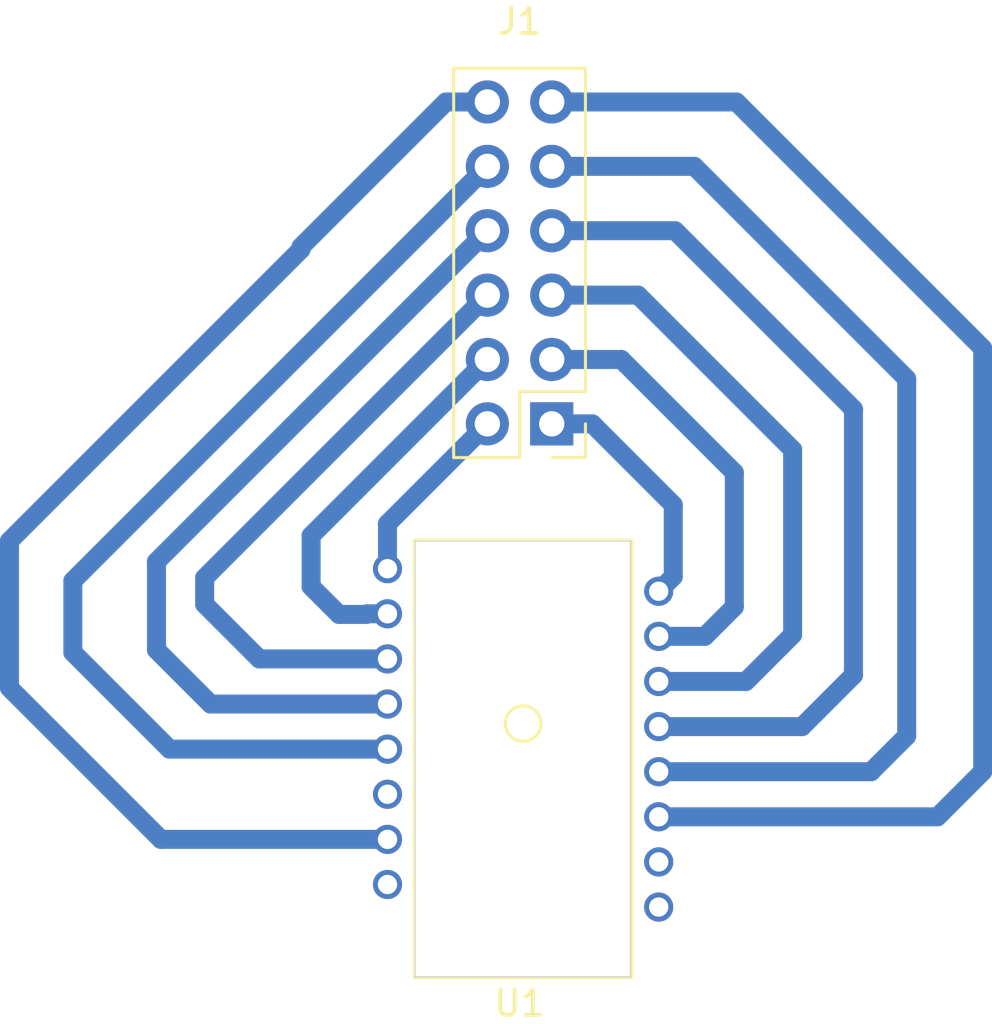
<source format=kicad_pcb>
(kicad_pcb (version 20171130) (host pcbnew 5.1.2-f72e74a~84~ubuntu18.04.1)

  (general
    (thickness 1.6)
    (drawings 9)
    (tracks 61)
    (zones 0)
    (modules 2)
    (nets 13)
  )

  (page A4)
  (layers
    (0 F.Cu signal)
    (31 B.Cu signal)
    (32 B.Adhes user)
    (33 F.Adhes user)
    (34 B.Paste user)
    (35 F.Paste user)
    (36 B.SilkS user)
    (37 F.SilkS user)
    (38 B.Mask user)
    (39 F.Mask user)
    (40 Dwgs.User user)
    (41 Cmts.User user)
    (42 Eco1.User user hide)
    (43 Eco2.User user)
    (44 Edge.Cuts user)
    (45 Margin user)
    (46 B.CrtYd user)
    (47 F.CrtYd user)
    (48 B.Fab user)
    (49 F.Fab user)
  )

  (setup
    (last_trace_width 0.75)
    (user_trace_width 0.75)
    (trace_clearance 0.2)
    (zone_clearance 0.508)
    (zone_45_only no)
    (trace_min 0.2)
    (via_size 0.8)
    (via_drill 0.4)
    (via_min_size 0.4)
    (via_min_drill 0.3)
    (uvia_size 0.3)
    (uvia_drill 0.1)
    (uvias_allowed no)
    (uvia_min_size 0.2)
    (uvia_min_drill 0.1)
    (edge_width 0.05)
    (segment_width 0.2)
    (pcb_text_width 0.3)
    (pcb_text_size 1.5 1.5)
    (mod_edge_width 0.12)
    (mod_text_size 1 1)
    (mod_text_width 0.15)
    (pad_size 1.524 1.524)
    (pad_drill 0.762)
    (pad_to_mask_clearance 0.051)
    (solder_mask_min_width 0.25)
    (aux_axis_origin 0 0)
    (visible_elements FFFDFF7F)
    (pcbplotparams
      (layerselection 0x00000_fffffffe)
      (usegerberextensions false)
      (usegerberattributes false)
      (usegerberadvancedattributes false)
      (creategerberjobfile false)
      (excludeedgelayer true)
      (linewidth 0.100000)
      (plotframeref false)
      (viasonmask false)
      (mode 1)
      (useauxorigin false)
      (hpglpennumber 1)
      (hpglpenspeed 20)
      (hpglpendiameter 15.000000)
      (psnegative false)
      (psa4output false)
      (plotreference true)
      (plotvalue true)
      (plotinvisibletext false)
      (padsonsilk false)
      (subtractmaskfromsilk false)
      (outputformat 4)
      (mirror true)
      (drillshape 0)
      (scaleselection 1)
      (outputdirectory "hand_plots/"))
  )

  (net 0 "")
  (net 1 MISO)
  (net 2 MOSI)
  (net 3 SCLK)
  (net 4 MOTION)
  (net 5 GND)
  (net 6 NRESET)
  (net 7 GPO)
  (net 8 VDDIO)
  (net 9 VDD)
  (net 10 VDCPIX)
  (net 11 NCS)
  (net 12 LED_P)

  (net_class Default "This is the default net class."
    (clearance 0.2)
    (trace_width 0.25)
    (via_dia 0.8)
    (via_drill 0.4)
    (uvia_dia 0.3)
    (uvia_drill 0.1)
    (add_net GND)
    (add_net GPO)
    (add_net LED_P)
    (add_net MISO)
    (add_net MOSI)
    (add_net MOTION)
    (add_net NCS)
    (add_net NRESET)
    (add_net SCLK)
    (add_net VDCPIX)
    (add_net VDD)
    (add_net VDDIO)
  )

  (module pmw3389:PMW3389 (layer F.Cu) (tedit 5D07F677) (tstamp 5D081B87)
    (at 149.364999 105.805)
    (path /5D08B8B6)
    (fp_text reference U1 (at -0.139999 11.035) (layer F.SilkS)
      (effects (font (size 1 1) (thickness 0.15)))
    )
    (fp_text value PMW3389 (at 0 -8) (layer F.Fab)
      (effects (font (size 1 1) (thickness 0.15)))
    )
    (fp_line (start 4.3 -7.24) (end 4.3 10.02) (layer F.SilkS) (width 0.12))
    (fp_line (start -4.3 -7.24) (end -4.3 10.02) (layer F.SilkS) (width 0.12))
    (fp_line (start -4.3 10.02) (end 4.3 10.02) (layer F.SilkS) (width 0.12))
    (fp_line (start -4.3 -7.24) (end 4.3 -7.24) (layer F.SilkS) (width 0.12))
    (fp_circle (center 0 0) (end 0.7 -0.05) (layer F.SilkS) (width 0.12))
    (pad 9 thru_hole circle (at -5.35 -6.11) (size 1.15 1.15) (drill 0.762) (layers *.Cu *.Mask)
      (net 4 MOTION))
    (pad 8 thru_hole circle (at 5.35 -5.22) (size 1.15 1.15) (drill 0.762) (layers *.Cu *.Mask)
      (net 5 GND))
    (pad 10 thru_hole circle (at -5.35 -4.33) (size 1.15 1.15) (drill 0.762) (layers *.Cu *.Mask)
      (net 3 SCLK))
    (pad 7 thru_hole circle (at 5.35 -3.44) (size 1.15 1.15) (drill 0.762) (layers *.Cu *.Mask)
      (net 6 NRESET))
    (pad 11 thru_hole circle (at -5.35 -2.55) (size 1.15 1.15) (drill 0.762) (layers *.Cu *.Mask)
      (net 2 MOSI))
    (pad 6 thru_hole circle (at 5.35 -1.66) (size 1.15 1.15) (drill 0.762) (layers *.Cu *.Mask)
      (net 7 GPO))
    (pad 12 thru_hole circle (at -5.35 -0.77) (size 1.15 1.15) (drill 0.762) (layers *.Cu *.Mask)
      (net 1 MISO))
    (pad 5 thru_hole circle (at 5.35 0.12) (size 1.15 1.15) (drill 0.762) (layers *.Cu *.Mask)
      (net 8 VDDIO))
    (pad 13 thru_hole circle (at -5.35 1.01) (size 1.15 1.15) (drill 0.762) (layers *.Cu *.Mask)
      (net 11 NCS))
    (pad 4 thru_hole circle (at 5.35 1.9) (size 1.15 1.15) (drill 0.762) (layers *.Cu *.Mask)
      (net 9 VDD))
    (pad 14 thru_hole circle (at -5.35 2.79) (size 1.15 1.15) (drill 0.762) (layers *.Cu *.Mask))
    (pad 3 thru_hole circle (at 5.35 3.68) (size 1.15 1.15) (drill 0.762) (layers *.Cu *.Mask)
      (net 10 VDCPIX))
    (pad 15 thru_hole circle (at -5.35 4.57) (size 1.15 1.15) (drill 0.762) (layers *.Cu *.Mask)
      (net 12 LED_P))
    (pad 2 thru_hole circle (at 5.35 5.46) (size 1.15 1.15) (drill 0.762) (layers *.Cu *.Mask))
    (pad 16 thru_hole circle (at -5.35 6.35) (size 1.15 1.15) (drill 0.762) (layers *.Cu *.Mask))
    (pad 1 thru_hole circle (at 5.35 7.24) (size 1.15 1.15) (drill 0.762) (layers *.Cu *.Mask))
  )

  (module Connector_PinHeader_2.54mm:PinHeader_2x06_P2.54mm_Vertical (layer F.Cu) (tedit 59FED5CC) (tstamp 5D081B6E)
    (at 150.495 93.98 180)
    (descr "Through hole straight pin header, 2x06, 2.54mm pitch, double rows")
    (tags "Through hole pin header THT 2x06 2.54mm double row")
    (path /5D09CEA6)
    (fp_text reference J1 (at 1.27 15.875) (layer F.SilkS)
      (effects (font (size 1 1) (thickness 0.15)))
    )
    (fp_text value Conn_02x06_Counter_Clockwise (at 1.27 15.03) (layer F.Fab)
      (effects (font (size 1 1) (thickness 0.15)))
    )
    (fp_text user %R (at 1.27 6.35 90) (layer F.Fab)
      (effects (font (size 1 1) (thickness 0.15)))
    )
    (fp_line (start 4.35 -1.8) (end -1.8 -1.8) (layer F.CrtYd) (width 0.05))
    (fp_line (start 4.35 14.5) (end 4.35 -1.8) (layer F.CrtYd) (width 0.05))
    (fp_line (start -1.8 14.5) (end 4.35 14.5) (layer F.CrtYd) (width 0.05))
    (fp_line (start -1.8 -1.8) (end -1.8 14.5) (layer F.CrtYd) (width 0.05))
    (fp_line (start -1.33 -1.33) (end 0 -1.33) (layer F.SilkS) (width 0.12))
    (fp_line (start -1.33 0) (end -1.33 -1.33) (layer F.SilkS) (width 0.12))
    (fp_line (start 1.27 -1.33) (end 3.87 -1.33) (layer F.SilkS) (width 0.12))
    (fp_line (start 1.27 1.27) (end 1.27 -1.33) (layer F.SilkS) (width 0.12))
    (fp_line (start -1.33 1.27) (end 1.27 1.27) (layer F.SilkS) (width 0.12))
    (fp_line (start 3.87 -1.33) (end 3.87 14.03) (layer F.SilkS) (width 0.12))
    (fp_line (start -1.33 1.27) (end -1.33 14.03) (layer F.SilkS) (width 0.12))
    (fp_line (start -1.33 14.03) (end 3.87 14.03) (layer F.SilkS) (width 0.12))
    (fp_line (start -1.27 0) (end 0 -1.27) (layer F.Fab) (width 0.1))
    (fp_line (start -1.27 13.97) (end -1.27 0) (layer F.Fab) (width 0.1))
    (fp_line (start 3.81 13.97) (end -1.27 13.97) (layer F.Fab) (width 0.1))
    (fp_line (start 3.81 -1.27) (end 3.81 13.97) (layer F.Fab) (width 0.1))
    (fp_line (start 0 -1.27) (end 3.81 -1.27) (layer F.Fab) (width 0.1))
    (pad 12 thru_hole oval (at 2.54 12.7 180) (size 1.7 1.7) (drill 1) (layers *.Cu *.Mask)
      (net 12 LED_P))
    (pad 11 thru_hole oval (at 0 12.7 180) (size 1.7 1.7) (drill 1) (layers *.Cu *.Mask)
      (net 10 VDCPIX))
    (pad 10 thru_hole oval (at 2.54 10.16 180) (size 1.7 1.7) (drill 1) (layers *.Cu *.Mask)
      (net 11 NCS))
    (pad 9 thru_hole oval (at 0 10.16 180) (size 1.7 1.7) (drill 1) (layers *.Cu *.Mask)
      (net 9 VDD))
    (pad 8 thru_hole oval (at 2.54 7.62 180) (size 1.7 1.7) (drill 1) (layers *.Cu *.Mask)
      (net 1 MISO))
    (pad 7 thru_hole oval (at 0 7.62 180) (size 1.7 1.7) (drill 1) (layers *.Cu *.Mask)
      (net 8 VDDIO))
    (pad 6 thru_hole oval (at 2.54 5.08 180) (size 1.7 1.7) (drill 1) (layers *.Cu *.Mask)
      (net 2 MOSI))
    (pad 5 thru_hole oval (at 0 5.08 180) (size 1.7 1.7) (drill 1) (layers *.Cu *.Mask)
      (net 7 GPO))
    (pad 4 thru_hole oval (at 2.54 2.54 180) (size 1.7 1.7) (drill 1) (layers *.Cu *.Mask)
      (net 3 SCLK))
    (pad 3 thru_hole oval (at 0 2.54 180) (size 1.7 1.7) (drill 1) (layers *.Cu *.Mask)
      (net 6 NRESET))
    (pad 2 thru_hole oval (at 2.54 0 180) (size 1.7 1.7) (drill 1) (layers *.Cu *.Mask)
      (net 4 MOTION))
    (pad 1 thru_hole rect (at 0 0 180) (size 1.7 1.7) (drill 1) (layers *.Cu *.Mask)
      (net 5 GND))
    (model ${KISYS3DMOD}/Connector_PinHeader_2.54mm.3dshapes/PinHeader_2x06_P2.54mm_Vertical.wrl
      (at (xyz 0 0 0))
      (scale (xyz 1 1 1))
      (rotate (xyz 0 0 0))
    )
  )

  (gr_line (start 145.1 98.6) (end 145.1 115.8) (layer Edge.Cuts) (width 0.05) (tstamp 5D082181))
  (gr_line (start 145.1 98.6) (end 153.6 98.6) (layer Edge.Cuts) (width 0.05) (tstamp 5D082176))
  (gr_line (start 153.6 98.6) (end 153.6 115.8) (layer Edge.Cuts) (width 0.05) (tstamp 5D082174))
  (gr_line (start 145.1 115.8) (end 153.6 115.8) (layer Edge.Cuts) (width 0.05) (tstamp 5D08216B))
  (gr_line (start 137.795 74.93) (end 140.335 74.93) (layer Eco1.User) (width 0.15) (tstamp 5D081FE7))
  (gr_line (start 137.795 119.38) (end 137.795 74.93) (layer Eco1.User) (width 0.15))
  (gr_line (start 160.655 74.93) (end 140.335 74.93) (layer Eco1.User) (width 0.15))
  (gr_line (start 160.655 119.38) (end 160.655 74.93) (layer Eco1.User) (width 0.15))
  (gr_line (start 137.795 119.38) (end 160.655 119.38) (layer Eco1.User) (width 0.15))

  (segment (start 147.105001 87.209999) (end 147.955 86.36) (width 0.25) (layer B.Cu) (net 1))
  (segment (start 137.035 105.035) (end 144.014999 105.035) (width 0.75) (layer B.Cu) (net 1))
  (segment (start 147.955 86.36) (end 134.9 99.415) (width 0.75) (layer B.Cu) (net 1))
  (segment (start 134.9 102.9) (end 137.035 105.035) (width 0.75) (layer B.Cu) (net 1))
  (segment (start 134.9 99.415) (end 134.9 102.9) (width 0.75) (layer B.Cu) (net 1))
  (segment (start 147.105001 89.749999) (end 147.955 88.9) (width 0.25) (layer B.Cu) (net 2))
  (segment (start 144.014999 103.255) (end 138.955 103.255) (width 0.75) (layer B.Cu) (net 2))
  (segment (start 138.955 103.255) (end 136.8 101.1) (width 0.75) (layer B.Cu) (net 2))
  (segment (start 136.8 100.055) (end 147.955 88.9) (width 0.75) (layer B.Cu) (net 2))
  (segment (start 136.8 101.1) (end 136.8 100.055) (width 0.75) (layer B.Cu) (net 2))
  (segment (start 147.105001 92.289999) (end 147.955 91.44) (width 0.25) (layer B.Cu) (net 3))
  (segment (start 143.201827 101.475) (end 143.176827 101.5) (width 0.75) (layer B.Cu) (net 3))
  (segment (start 144.014999 101.475) (end 143.201827 101.475) (width 0.75) (layer B.Cu) (net 3))
  (segment (start 143.176827 101.5) (end 142.1 101.5) (width 0.75) (layer B.Cu) (net 3))
  (segment (start 142.1 101.5) (end 141 100.4) (width 0.75) (layer B.Cu) (net 3))
  (segment (start 141 98.395) (end 147.955 91.44) (width 0.75) (layer B.Cu) (net 3))
  (segment (start 141 100.4) (end 141 98.395) (width 0.75) (layer B.Cu) (net 3))
  (segment (start 144.014999 97.920001) (end 147.955 93.98) (width 0.75) (layer B.Cu) (net 4))
  (segment (start 144.014999 99.695) (end 144.014999 97.920001) (width 0.75) (layer B.Cu) (net 4))
  (segment (start 151.595 93.98) (end 150.495 93.98) (width 0.25) (layer B.Cu) (net 5))
  (segment (start 155.289998 97.174998) (end 152.095 93.98) (width 0.75) (layer B.Cu) (net 5))
  (segment (start 152.095 93.98) (end 150.495 93.98) (width 0.75) (layer B.Cu) (net 5))
  (segment (start 155.289998 100.010001) (end 155.289998 97.174998) (width 0.75) (layer B.Cu) (net 5))
  (segment (start 154.714999 100.585) (end 155.289998 100.010001) (width 0.75) (layer B.Cu) (net 5))
  (segment (start 154.714999 102.365) (end 156.535 102.365) (width 0.75) (layer B.Cu) (net 6))
  (segment (start 156.535 102.365) (end 157.7 101.2) (width 0.75) (layer B.Cu) (net 6))
  (segment (start 157.7 101.2) (end 157.7 95.9) (width 0.75) (layer B.Cu) (net 6))
  (segment (start 153.24 91.44) (end 150.495 91.44) (width 0.75) (layer B.Cu) (net 6))
  (segment (start 157.7 95.9) (end 153.24 91.44) (width 0.75) (layer B.Cu) (net 6))
  (segment (start 154.714999 104.145) (end 158.155 104.145) (width 0.75) (layer B.Cu) (net 7))
  (segment (start 158.155 104.145) (end 160 102.3) (width 0.75) (layer B.Cu) (net 7))
  (segment (start 160 102.3) (end 160 95) (width 0.75) (layer B.Cu) (net 7))
  (segment (start 153.9 88.9) (end 150.495 88.9) (width 0.75) (layer B.Cu) (net 7))
  (segment (start 160 95) (end 153.9 88.9) (width 0.75) (layer B.Cu) (net 7))
  (segment (start 154.714999 105.925) (end 160.375 105.925) (width 0.75) (layer B.Cu) (net 8))
  (segment (start 160.375 105.925) (end 162.4 103.9) (width 0.75) (layer B.Cu) (net 8))
  (segment (start 162.4 103.9) (end 162.4 93.4) (width 0.75) (layer B.Cu) (net 8))
  (segment (start 155.36 86.36) (end 150.495 86.36) (width 0.75) (layer B.Cu) (net 8))
  (segment (start 162.4 93.4) (end 155.36 86.36) (width 0.75) (layer B.Cu) (net 8))
  (segment (start 154.714999 107.705) (end 163.095 107.705) (width 0.75) (layer B.Cu) (net 9))
  (segment (start 163.095 107.705) (end 164.5 106.3) (width 0.75) (layer B.Cu) (net 9))
  (segment (start 164.5 106.3) (end 164.5 92.2) (width 0.75) (layer B.Cu) (net 9))
  (segment (start 156.12 83.82) (end 150.495 83.82) (width 0.75) (layer B.Cu) (net 9))
  (segment (start 164.5 92.2) (end 156.12 83.82) (width 0.75) (layer B.Cu) (net 9))
  (segment (start 154.714999 109.485) (end 165.715 109.485) (width 0.75) (layer B.Cu) (net 10))
  (segment (start 165.715 109.485) (end 167.5 107.7) (width 0.75) (layer B.Cu) (net 10))
  (segment (start 167.5 107.7) (end 167.5 91) (width 0.75) (layer B.Cu) (net 10))
  (segment (start 157.78 81.28) (end 150.495 81.28) (width 0.75) (layer B.Cu) (net 10))
  (segment (start 167.5 91) (end 157.78 81.28) (width 0.75) (layer B.Cu) (net 10))
  (segment (start 147.105001 84.669999) (end 147.955 83.82) (width 0.25) (layer B.Cu) (net 11))
  (segment (start 144.014999 106.815) (end 135.415 106.815) (width 0.75) (layer B.Cu) (net 11))
  (segment (start 135.415 106.815) (end 131.6 103) (width 0.75) (layer B.Cu) (net 11))
  (segment (start 131.6 100.175) (end 147.955 83.82) (width 0.75) (layer B.Cu) (net 11))
  (segment (start 131.6 103) (end 131.6 100.175) (width 0.75) (layer B.Cu) (net 11))
  (segment (start 144.014999 110.375) (end 135.075 110.375) (width 0.75) (layer B.Cu) (net 12))
  (segment (start 135.075 110.375) (end 129.1 104.4) (width 0.75) (layer B.Cu) (net 12))
  (segment (start 129.1 104.4) (end 129.1 98.6) (width 0.75) (layer B.Cu) (net 12))
  (segment (start 129.1 98.6) (end 140.6 87.1) (width 0.75) (layer B.Cu) (net 12))
  (segment (start 140.6 87.1) (end 140.6 87) (width 0.75) (layer B.Cu) (net 12))
  (segment (start 146.32 81.28) (end 148.12 81.28) (width 0.75) (layer B.Cu) (net 12))
  (segment (start 140.6 87) (end 146.32 81.28) (width 0.75) (layer B.Cu) (net 12))

)

</source>
